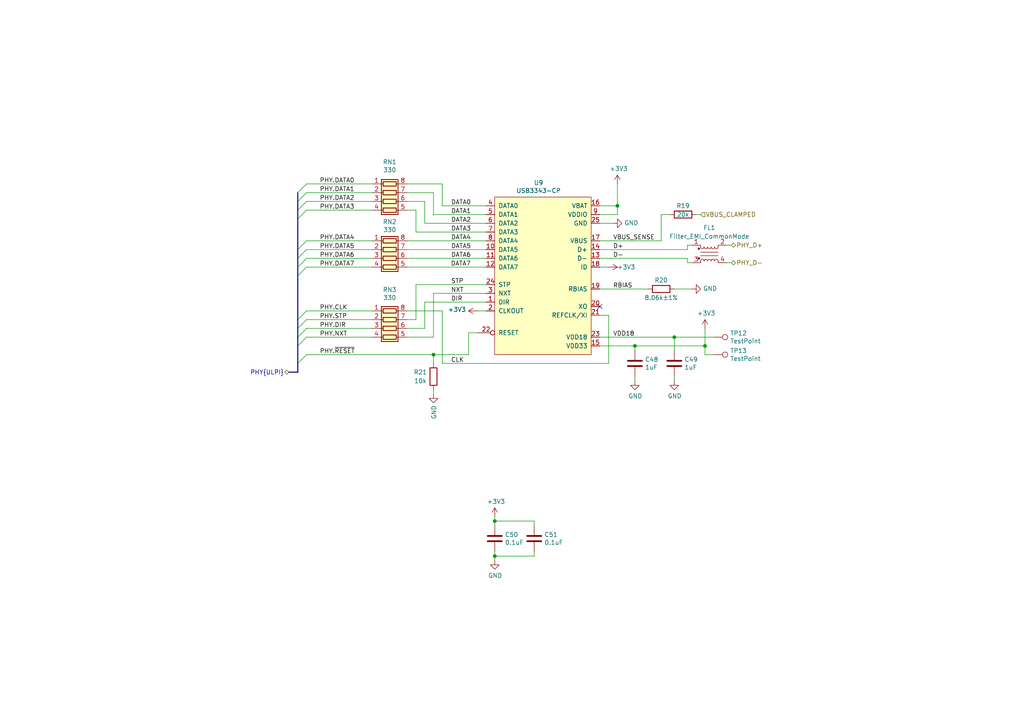
<source format=kicad_sch>
(kicad_sch (version 20230121) (generator eeschema)
  (paper "A4")
  (title_block (title "URTI Mainboard") (company "Copyright 2023 Great Scott Gadgets"))
  (lib_symbols
    (symbol "Connector:TestPoint" (pin_numbers hide) (pin_names (offset 0.762) hide)
      (property "Reference" "TP" (at 0 6.858 0))
      (property "Value" "TestPoint" (at 0 5.08 0))
      (symbol "TestPoint_0_1"
        (circle (center 0 3.302) (radius 0.762))
      )
      (symbol "TestPoint_1_1"
        (pin passive line (at 0 0 90) (length 2.54) (name "1") (number "1"))
      )
    )
    (symbol "Device:C" (pin_numbers hide) (pin_names (offset 0.254))
      (property "Reference" "C" (at 0.635 2.54 0))
      (property "Value" "C" (at 0.635 -2.54 0))
      (symbol "C_0_1"
        (polyline (pts (xy -2.032 -0.762) (xy 2.032 -0.762)) (stroke (width 0.508)))
        (polyline (pts (xy -2.032 0.762) (xy 2.032 0.762)) (stroke (width 0.508)))
      )
      (symbol "C_1_1"
        (pin passive line (at 0 3.81 270) (length 2.794) (name "~") (number "1"))
        (pin passive line (at 0 -3.81 90) (length 2.794) (name "~") (number "2"))
      )
    )
    (symbol "Device:Filter_EMI_CommonMode" (pin_names (offset 0.254) hide)
      (property "Reference" "FL" (at 0 4.445 0))
      (property "Value" "Filter_EMI_CommonMode" (at 0 -4.445 0))
      (symbol "Filter_EMI_CommonMode_0_1"
        (circle (center -3.048 -1.27) (radius 0.254) (fill (type outline)))
        (circle (center -3.048 1.524) (radius 0.254) (fill (type outline)))
        (arc (start -2.54 2.032) (mid -2.032 1.5262) (end -1.524 2.032))
        (arc (start -1.524 -2.032) (mid -2.032 -1.5262) (end -2.54 -2.032))
        (arc (start -1.524 2.032) (mid -1.016 1.5262) (end -0.508 2.032))
        (arc (start -0.508 -2.032) (mid -1.016 -1.5262) (end -1.524 -2.032))
        (arc (start -0.508 2.032) (mid 0 1.5262) (end 0.508 2.032))
        (polyline (pts (xy -2.54 -2.032) (xy -2.54 -2.54)))
        (polyline (pts (xy -2.54 0.508) (xy 2.54 0.508)))
        (polyline (pts (xy -2.54 2.032) (xy -2.54 2.54)))
        (polyline (pts (xy 2.54 -2.032) (xy 2.54 -2.54)))
        (polyline (pts (xy 2.54 -0.508) (xy -2.54 -0.508)))
        (polyline (pts (xy 2.54 2.54) (xy 2.54 2.032)))
        (arc (start 0.508 -2.032) (mid 0 -1.5262) (end -0.508 -2.032))
        (arc (start 0.508 2.032) (mid 1.016 1.5262) (end 1.524 2.032))
        (arc (start 1.524 -2.032) (mid 1.016 -1.5262) (end 0.508 -2.032))
        (arc (start 1.524 2.032) (mid 2.032 1.5262) (end 2.54 2.032))
        (arc (start 2.54 -2.032) (mid 2.032 -1.5262) (end 1.524 -2.032))
      )
      (symbol "Filter_EMI_CommonMode_1_1"
        (pin passive line (at -5.08 2.54 0) (length 2.54) (name "1") (number "1"))
        (pin passive line (at 5.08 2.54 180) (length 2.54) (name "2") (number "2"))
        (pin passive line (at -5.08 -2.54 0) (length 2.54) (name "3") (number "3"))
        (pin passive line (at 5.08 -2.54 180) (length 2.54) (name "4") (number "4"))
      )
    )
    (symbol "Device:R" (pin_numbers hide) (pin_names (offset 0))
      (property "Reference" "R" (at 2.032 0 90))
      (property "Value" "R" (at 0 0 90))
      (symbol "R_0_1"
        (rectangle (start -1.016 -2.54) (end 1.016 2.54) (stroke (width 0.254)))
      )
      (symbol "R_1_1"
        (pin passive line (at 0 3.81 270) (length 1.27) (name "~") (number "1"))
        (pin passive line (at 0 -3.81 90) (length 1.27) (name "~") (number "2"))
      )
    )
    (symbol "Device:R_Pack04" (pin_names (offset 0) hide)
      (property "Reference" "RN" (at -7.62 0 90))
      (property "Value" "R_Pack04" (at 5.08 0 90))
      (symbol "R_Pack04_0_1"
        (rectangle (start -6.35 -2.413) (end 3.81 2.413) (stroke (width 0.254)) (fill (type background)))
        (rectangle (start -5.715 1.905) (end -4.445 -1.905) (stroke (width 0.254)))
        (rectangle (start -3.175 1.905) (end -1.905 -1.905) (stroke (width 0.254)))
        (rectangle (start -0.635 1.905) (end 0.635 -1.905) (stroke (width 0.254)))
        (polyline (pts (xy -5.08 -2.54) (xy -5.08 -1.905)))
        (polyline (pts (xy -5.08 1.905) (xy -5.08 2.54)))
        (polyline (pts (xy -2.54 -2.54) (xy -2.54 -1.905)))
        (polyline (pts (xy -2.54 1.905) (xy -2.54 2.54)))
        (polyline (pts (xy 0 -2.54) (xy 0 -1.905)))
        (polyline (pts (xy 0 1.905) (xy 0 2.54)))
        (polyline (pts (xy 2.54 -2.54) (xy 2.54 -1.905)))
        (polyline (pts (xy 2.54 1.905) (xy 2.54 2.54)))
        (rectangle (start 1.905 1.905) (end 3.175 -1.905) (stroke (width 0.254)))
      )
      (symbol "R_Pack04_1_1"
        (pin passive line (at -5.08 -5.08 90) (length 2.54) (name "R1.1") (number "1"))
        (pin passive line (at -2.54 -5.08 90) (length 2.54) (name "R2.1") (number "2"))
        (pin passive line (at 0 -5.08 90) (length 2.54) (name "R3.1") (number "3"))
        (pin passive line (at 2.54 -5.08 90) (length 2.54) (name "R4.1") (number "4"))
        (pin passive line (at 2.54 5.08 270) (length 2.54) (name "R4.2") (number "5"))
        (pin passive line (at 0 5.08 270) (length 2.54) (name "R3.2") (number "6"))
        (pin passive line (at -2.54 5.08 270) (length 2.54) (name "R2.2") (number "7"))
        (pin passive line (at -5.08 5.08 270) (length 2.54) (name "R1.2") (number "8"))
      )
    )
    (symbol "power:+3V3" (power) (pin_names (offset 0))
      (property "Value" "+3V3" (at 0 3.556 0))
      (symbol "+3V3_0_1"
        (polyline (pts (xy -0.762 1.27) (xy 0 2.54)))
        (polyline (pts (xy 0 0) (xy 0 2.54)))
        (polyline (pts (xy 0 2.54) (xy 0.762 1.27)))
      )
      (symbol "+3V3_1_1"
        (pin power_in line (at 0 0 90) (length 0) hide (name "+3V3") (number "1"))
      )
    )
    (symbol "power:GND" (power) (pin_names (offset 0))
      (property "Value" "GND" (at 0 -3.81 0))
      (symbol "GND_0_1"
        (polyline (pts (xy 0 0) (xy 0 -1.27) (xy 1.27 -1.27) (xy 0 -2.54) (xy -1.27 -1.27) (xy 0 -1.27)))
      )
      (symbol "GND_1_1"
        (pin power_in line (at 0 0 270) (length 0) hide (name "GND") (number "1"))
      )
    )
    (symbol "usb:USB3343" (pin_names (offset 1.016))
      (property "Reference" "U" (at 3.81 -46.99 0))
      (property "Value" "USB3343" (at 25.4 -46.99 0))
      (symbol "USB3343_0_1"
        (rectangle (start 2.54 0) (end 30.48 -45.72) (fill (type background)))
      )
      (symbol "USB3343_1_1"
        (pin output line (at 0 -30.48 0) (length 2.54) (name "DIR") (number "1"))
        (pin bidirectional line (at 0 -15.24 0) (length 2.54) (name "DATA5") (number "10"))
        (pin bidirectional line (at 0 -17.78 0) (length 2.54) (name "DATA6") (number "11"))
        (pin bidirectional line (at 0 -20.32 0) (length 2.54) (name "DATA7") (number "12"))
        (pin bidirectional line (at 33.02 -17.78 180) (length 2.54) (name "D-") (number "13"))
        (pin bidirectional line (at 33.02 -15.24 180) (length 2.54) (name "D+") (number "14"))
        (pin power_out line (at 33.02 -43.18 180) (length 2.54) (name "VDD33") (number "15"))
        (pin power_in line (at 33.02 -2.54 180) (length 2.54) (name "VBAT") (number "16"))
        (pin bidirectional line (at 33.02 -12.7 180) (length 2.54) (name "VBUS") (number "17"))
        (pin input line (at 33.02 -20.32 180) (length 2.54) (name "ID") (number "18"))
        (pin input line (at 33.02 -26.67 180) (length 2.54) (name "RBIAS") (number "19"))
        (pin passive line (at 0 -33.02 0) (length 2.54) (name "CLKOUT") (number "2"))
        (pin output line (at 33.02 -31.75 180) (length 2.54) (name "XO") (number "20"))
        (pin input line (at 33.02 -34.29 180) (length 2.54) (name "REFCLK/XI") (number "21"))
        (pin input inverted (at -2.54 -39.37 0) (length 5.08) (name "RESET") (number "22"))
        (pin power_out line (at 33.02 -40.64 180) (length 2.54) (name "VDD18") (number "23"))
        (pin input line (at 0 -25.4 0) (length 2.54) (name "STP") (number "24"))
        (pin power_in line (at 33.02 -7.62 180) (length 2.54) (name "GND") (number "25"))
        (pin output line (at 0 -27.94 0) (length 2.54) (name "NXT") (number "3"))
        (pin bidirectional line (at 0 -2.54 0) (length 2.54) (name "DATA0") (number "4"))
        (pin bidirectional line (at 0 -5.08 0) (length 2.54) (name "DATA1") (number "5"))
        (pin bidirectional line (at 0 -7.62 0) (length 2.54) (name "DATA2") (number "6"))
        (pin bidirectional line (at 0 -10.16 0) (length 2.54) (name "DATA3") (number "7"))
        (pin bidirectional line (at 0 -12.7 0) (length 2.54) (name "DATA4") (number "8"))
        (pin power_in line (at 33.02 -5.08 180) (length 2.54) (name "VDDIO") (number "9"))
      )
    )
  )
  (junction (at 179.07 59.69))
  (junction (at 204.47 100.33))
  (junction (at 143.51 151.13))
  (junction (at 143.51 161.29))
  (junction (at 195.58 97.79))
  (junction (at 125.73 102.87))
  (junction (at 184.15 100.33))
  (no_connect (at 173.99 88.9))
  (bus_entry (at 86.36 77.47) (size 2.54 -2.54))
  (bus_entry (at 88.9 53.34) (size -2.54 2.54))
  (bus_entry (at 86.36 58.42) (size 2.54 -2.54))
  (bus_entry (at 86.36 74.93) (size 2.54 -2.54))
  (bus_entry (at 86.36 63.5) (size 2.54 -2.54))
  (bus_entry (at 86.36 92.71) (size 2.54 -2.54))
  (bus_entry (at 86.36 97.79) (size 2.54 -2.54))
  (bus_entry (at 86.36 105.41) (size 2.54 -2.54))
  (bus_entry (at 86.36 72.39) (size 2.54 -2.54))
  (bus_entry (at 88.9 97.79) (size -2.54 2.54))
  (bus_entry (at 86.36 80.01) (size 2.54 -2.54))
  (bus_entry (at 86.36 95.25) (size 2.54 -2.54))
  (bus_entry (at 86.36 60.96) (size 2.54 -2.54))
  (wire (pts (xy 140.97 82.55) (xy 120.65 82.55)))
  (wire (pts (xy 201.93 62.23) (xy 203.2 62.23)))
  (wire (pts (xy 187.96 83.82) (xy 173.99 83.82)))
  (wire (pts (xy 173.99 100.33) (xy 184.15 100.33)))
  (bus (pts (xy 86.36 97.79) (xy 86.36 100.33)))
  (wire (pts (xy 195.58 110.49) (xy 195.58 109.22)))
  (wire (pts (xy 207.01 102.87) (xy 204.47 102.87)))
  (wire (pts (xy 120.65 92.71) (xy 118.11 92.71)))
  (wire (pts (xy 173.99 59.69) (xy 179.07 59.69)))
  (wire (pts (xy 199.39 71.12) (xy 200.66 71.12)))
  (bus (pts (xy 86.36 58.42) (xy 86.36 60.96)))
  (bus (pts (xy 86.36 72.39) (xy 86.36 74.93)))
  (wire (pts (xy 107.95 97.79) (xy 88.9 97.79)))
  (wire (pts (xy 173.99 74.93) (xy 199.39 74.93)))
  (wire (pts (xy 195.58 97.79) (xy 207.01 97.79)))
  (wire (pts (xy 154.94 161.29) (xy 143.51 161.29)))
  (wire (pts (xy 118.11 90.17) (xy 128.27 90.17)))
  (wire (pts (xy 125.73 102.87) (xy 135.89 102.87)))
  (wire (pts (xy 125.73 55.88) (xy 125.73 62.23)))
  (wire (pts (xy 125.73 114.3) (xy 125.73 113.03)))
  (wire (pts (xy 107.95 74.93) (xy 88.9 74.93)))
  (wire (pts (xy 140.97 87.63) (xy 123.19 87.63)))
  (wire (pts (xy 179.07 59.69) (xy 179.07 53.34)))
  (wire (pts (xy 143.51 160.02) (xy 143.51 161.29)))
  (wire (pts (xy 184.15 100.33) (xy 184.15 101.6)))
  (wire (pts (xy 88.9 60.96) (xy 107.95 60.96)))
  (wire (pts (xy 204.47 100.33) (xy 204.47 95.25)))
  (wire (pts (xy 204.47 100.33) (xy 184.15 100.33)))
  (wire (pts (xy 107.95 92.71) (xy 88.9 92.71)))
  (wire (pts (xy 184.15 110.49) (xy 184.15 109.22)))
  (wire (pts (xy 135.89 102.87) (xy 135.89 96.52)))
  (wire (pts (xy 128.27 90.17) (xy 128.27 105.41)))
  (wire (pts (xy 173.99 77.47) (xy 176.53 77.47)))
  (wire (pts (xy 123.19 58.42) (xy 123.19 64.77)))
  (wire (pts (xy 107.95 69.85) (xy 88.9 69.85)))
  (wire (pts (xy 179.07 62.23) (xy 179.07 59.69)))
  (wire (pts (xy 154.94 151.13) (xy 154.94 152.4)))
  (bus (pts (xy 86.36 95.25) (xy 86.36 97.79)))
  (wire (pts (xy 107.95 53.34) (xy 88.9 53.34)))
  (bus (pts (xy 86.36 105.41) (xy 86.36 107.95)))
  (wire (pts (xy 143.51 151.13) (xy 143.51 152.4)))
  (wire (pts (xy 191.77 69.85) (xy 173.99 69.85)))
  (wire (pts (xy 107.95 72.39) (xy 88.9 72.39)))
  (bus (pts (xy 86.36 74.93) (xy 86.36 77.47)))
  (wire (pts (xy 118.11 60.96) (xy 120.65 60.96)))
  (wire (pts (xy 199.39 74.93) (xy 199.39 76.2)))
  (wire (pts (xy 125.73 85.09) (xy 125.73 97.79)))
  (bus (pts (xy 86.36 80.01) (xy 86.36 92.71)))
  (wire (pts (xy 143.51 151.13) (xy 154.94 151.13)))
  (wire (pts (xy 173.99 64.77) (xy 177.8 64.77)))
  (bus (pts (xy 86.36 100.33) (xy 86.36 105.41)))
  (wire (pts (xy 212.09 76.2) (xy 210.82 76.2)))
  (wire (pts (xy 154.94 160.02) (xy 154.94 161.29)))
  (wire (pts (xy 140.97 72.39) (xy 118.11 72.39)))
  (wire (pts (xy 88.9 102.87) (xy 125.73 102.87)))
  (bus (pts (xy 86.36 92.71) (xy 86.36 95.25)))
  (wire (pts (xy 199.39 72.39) (xy 199.39 71.12)))
  (wire (pts (xy 191.77 69.85) (xy 191.77 62.23)))
  (wire (pts (xy 140.97 69.85) (xy 118.11 69.85)))
  (wire (pts (xy 179.07 62.23) (xy 173.99 62.23)))
  (wire (pts (xy 125.73 105.41) (xy 125.73 102.87)))
  (wire (pts (xy 118.11 58.42) (xy 123.19 58.42)))
  (wire (pts (xy 173.99 97.79) (xy 195.58 97.79)))
  (wire (pts (xy 191.77 62.23) (xy 194.31 62.23)))
  (wire (pts (xy 128.27 105.41) (xy 176.53 105.41)))
  (wire (pts (xy 204.47 102.87) (xy 204.47 100.33)))
  (wire (pts (xy 107.95 58.42) (xy 88.9 58.42)))
  (wire (pts (xy 107.95 77.47) (xy 88.9 77.47)))
  (wire (pts (xy 125.73 62.23) (xy 140.97 62.23)))
  (wire (pts (xy 138.43 96.52) (xy 135.89 96.52)))
  (wire (pts (xy 140.97 74.93) (xy 118.11 74.93)))
  (wire (pts (xy 128.27 59.69) (xy 140.97 59.69)))
  (bus (pts (xy 83.82 107.95) (xy 86.36 107.95)))
  (wire (pts (xy 120.65 82.55) (xy 120.65 92.71)))
  (wire (pts (xy 120.65 60.96) (xy 120.65 67.31)))
  (wire (pts (xy 118.11 55.88) (xy 125.73 55.88)))
  (bus (pts (xy 86.36 63.5) (xy 86.36 72.39)))
  (wire (pts (xy 118.11 53.34) (xy 128.27 53.34)))
  (wire (pts (xy 128.27 53.34) (xy 128.27 59.69)))
  (wire (pts (xy 123.19 95.25) (xy 118.11 95.25)))
  (bus (pts (xy 86.36 60.96) (xy 86.36 63.5)))
  (wire (pts (xy 176.53 105.41) (xy 176.53 91.44)))
  (wire (pts (xy 125.73 97.79) (xy 118.11 97.79)))
  (wire (pts (xy 88.9 55.88) (xy 107.95 55.88)))
  (wire (pts (xy 107.95 90.17) (xy 88.9 90.17)))
  (wire (pts (xy 210.82 71.12) (xy 212.09 71.12)))
  (wire (pts (xy 173.99 91.44) (xy 176.53 91.44)))
  (wire (pts (xy 199.39 76.2) (xy 200.66 76.2)))
  (wire (pts (xy 195.58 101.6) (xy 195.58 97.79)))
  (wire (pts (xy 118.11 77.47) (xy 140.97 77.47)))
  (wire (pts (xy 120.65 67.31) (xy 140.97 67.31)))
  (bus (pts (xy 86.36 55.88) (xy 86.36 58.42)))
  (wire (pts (xy 143.51 149.86) (xy 143.51 151.13)))
  (wire (pts (xy 107.95 95.25) (xy 88.9 95.25)))
  (wire (pts (xy 123.19 64.77) (xy 140.97 64.77)))
  (bus (pts (xy 86.36 77.47) (xy 86.36 80.01)))
  (wire (pts (xy 200.66 83.82) (xy 195.58 83.82)))
  (wire (pts (xy 123.19 87.63) (xy 123.19 95.25)))
  (wire (pts (xy 140.97 90.17) (xy 138.43 90.17)))
  (wire (pts (xy 143.51 161.29) (xy 143.51 162.56)))
  (wire (pts (xy 140.97 85.09) (xy 125.73 85.09)))
  (wire (pts (xy 173.99 72.39) (xy 199.39 72.39)))
  (label "PHY.DATA1" (at 92.71 55.88 0))
  (label "PHY.DATA4" (at 92.71 69.85 0))
  (label "CLK" (at 130.81 105.41 0))
  (label "PHY.DIR" (at 92.71 95.25 0))
  (label "NXT" (at 130.81 85.09 0))
  (label "PHY.DATA5" (at 92.71 72.39 0))
  (label "DATA5" (at 130.81 72.39 0))
  (label "DATA4" (at 130.81 69.85 0))
  (label "D+" (at 177.8 72.39 0))
  (label "PHY.STP" (at 92.71 92.71 0))
  (label "PHY.DATA7" (at 92.71 77.47 0))
  (label "DATA0" (at 130.81 59.69 0))
  (label "PHY.DATA3" (at 92.71 60.96 0))
  (label "STP" (at 130.81 82.55 0))
  (label "DATA1" (at 130.81 62.23 0))
  (label "D-" (at 177.8 74.93 0))
  (label "RBIAS" (at 177.8 83.82 0))
  (label "PHY.CLK" (at 92.71 90.17 0))
  (label "PHY.~{RESET}" (at 92.71 102.87 0))
  (label "VBUS_SENSE" (at 177.8 69.85 0))
  (label "DATA2" (at 130.81 64.77 0))
  (label "DATA3" (at 130.81 67.31 0))
  (label "VDD18" (at 177.8 97.79 0))
  (label "DIR" (at 130.81 87.63 0))
  (label "PHY.DATA6" (at 92.71 74.93 0))
  (label "PHY.DATA0" (at 92.71 53.34 0))
  (label "DATA7" (at 130.7302 77.47 0))
  (label "PHY.NXT" (at 92.71 97.79 0))
  (label "DATA6" (at 130.81 74.93 0))
  (label "PHY.DATA2" (at 92.71 58.42 0))
  (hierarchical_label "PHY{ULPI}" (shape bidirectional) (at 83.82 107.95 180))
  (hierarchical_label "PHY_D-" (shape bidirectional) (at 212.09 76.2 0))
  (hierarchical_label "VBUS_CLAMPED" (shape input) (at 203.2 62.23 0))
  (hierarchical_label "PHY_D+" (shape bidirectional) (at 212.09 71.12 0))
  (symbol (lib_id "Device:C") (at 154.94 156.21 0) (unit 1)
    (property "Reference" "C51" (at 157.861 155.067 0) (effects (justify left)))
    (property "Value" "0.1uF" (at 157.861 157.353 0) (effects (justify left)))
    (property "Footprint" "Capacitor_SMD:C_0402_1005Metric" (effects hide))
    (property "Part Number" "CL05A104KA5NNNC" (effects hide))
    (property "Substitution" "any equivalent" (effects hide))
    (property "Description" "CAP CER 0.1UF 25V X5R 0402" (effects hide))
    (property "Manufacturer" "Samsung" (effects hide))
  )
  (symbol (lib_id "power:GND") (at 143.51 162.56 0) (unit 1)
    (property "Reference" "#PWR0122" (effects hide))
    (property "Value" "GND" (at 143.6116 166.9288 0))
  )
  (symbol (lib_id "Connector:TestPoint") (at 207.01 102.87 270) (unit 1) (in_bom no)
    (property "Reference" "TP13" (at 211.7598 101.727 90) (effects (justify left)))
    (property "Value" "TestPoint" (at 211.7598 104.013 90) (effects (justify left)))
    (property "Footprint" "TestPoint:TestPoint_Pad_D1.0mm" (effects hide))
  )
  (symbol (lib_id "power:+3V3") (at 179.07 53.34 0) (unit 1)
    (property "Reference" "#PWR0112" (effects hide))
    (property "Value" "+3V3" (at 179.4256 48.9458 0))
  )
  (symbol (lib_id "power:GND") (at 184.15 110.49 0) (unit 1)
    (property "Reference" "#PWR0118" (effects hide))
    (property "Value" "GND" (at 184.2516 114.8588 0))
  )
  (symbol (lib_id "Device:C") (at 195.58 105.41 0) (unit 1)
    (property "Reference" "C49" (at 198.501 104.267 0) (effects (justify left)))
    (property "Value" "1uF" (at 198.501 106.553 0) (effects (justify left)))
    (property "Footprint" "Capacitor_SMD:C_0402_1005Metric" (effects hide))
    (property "Part Number" "CL05A105MQ5NNNC" (effects hide))
    (property "Substitution" "CL05A105KQ5NNNC, CL05A105KP5NNNC, CL05A105KO5NNNC" (effects hide))
    (property "Description" "CAP CER 1UF 6.3V X5R 0402 20%" (effects hide))
    (property "Manufacturer" "Samsung" (effects hide))
  )
  (symbol (lib_id "power:GND") (at 177.8 64.77 90) (unit 1)
    (property "Reference" "#PWR0113" (effects hide))
    (property "Value" "GND" (at 181.0512 64.643 90) (effects (justify right)))
  )
  (symbol (lib_id "Device:C") (at 184.15 105.41 0) (unit 1)
    (property "Reference" "C48" (at 187.071 104.267 0) (effects (justify left)))
    (property "Value" "1uF" (at 187.071 106.553 0) (effects (justify left)))
    (property "Footprint" "Capacitor_SMD:C_0402_1005Metric" (effects hide))
    (property "Part Number" "CL05A105MQ5NNNC" (effects hide))
    (property "Substitution" "CL05A105KQ5NNNC, CL05A105KP5NNNC, CL05A105KO5NNNC" (effects hide))
    (property "Description" "CAP CER 1UF 6.3V X5R 0402 20%" (effects hide))
    (property "Manufacturer" "Samsung" (effects hide))
  )
  (symbol (lib_id "power:GND") (at 200.66 83.82 90) (unit 1)
    (property "Reference" "#PWR0115" (effects hide))
    (property "Value" "GND" (at 203.9112 83.693 90) (effects (justify right)))
  )
  (symbol (lib_id "Device:R_Pack04") (at 113.03 74.93 270) (unit 1)
    (property "Reference" "RN2" (at 113.03 64.3382 90))
    (property "Value" "330" (at 113.03 66.6496 90))
    (property "Footprint" "Resistor_SMD:R_Array_Convex_4x0402" (effects hide))
    (property "Description" "RES ARRAY 4 RES 330 OHM 0804" (effects hide))
    (property "Manufacturer" "Yageo" (effects hide))
    (property "Part Number" "YC124-JR-07330RL" (effects hide))
    (property "Substitution" "any equivalent" (effects hide))
  )
  (symbol (lib_id "Device:R") (at 125.73 109.22 0) (unit 1)
    (property "Reference" "R21" (at 121.92 107.95 0))
    (property "Value" "10k" (at 121.92 110.49 0))
    (property "Footprint" "Resistor_SMD:R_0402_1005Metric" (effects hide))
    (property "Part Number" "RC0402JR-0710KL" (effects hide))
    (property "Substitution" "any equivalent" (effects hide))
    (property "Description" "RES 10K OHM 5% 1/16W 0402" (effects hide))
    (property "Manufacturer" "Yageo" (effects hide))
  )
  (symbol (lib_id "Device:R_Pack04") (at 113.03 58.42 270) (unit 1)
    (property "Reference" "RN1" (at 113.03 46.99 90))
    (property "Value" "330" (at 113.03 49.3014 90))
    (property "Footprint" "Resistor_SMD:R_Array_Convex_4x0402" (effects hide))
    (property "Description" "RES ARRAY 4 RES 330 OHM 0804" (effects hide))
    (property "Manufacturer" "Yageo" (effects hide))
    (property "Part Number" "YC124-JR-07330RL" (effects hide))
    (property "Substitution" "any equivalent" (effects hide))
  )
  (symbol (lib_id "usb:USB3343") (at 140.97 57.15 0) (unit 1)
    (property "Reference" "U9" (at 156.21 53.0098 0))
    (property "Value" "USB3343-CP" (at 156.21 55.2958 0))
    (property "Footprint" "Package_DFN_QFN:VQFN-24-1EP_4x4mm_P0.5mm_EP2.45x2.45mm" (effects hide))
    (property "Datasheet" "http://ww1.microchip.com/downloads/en/DeviceDoc/334x.pdf" (effects hide))
    (property "Description" "IC TRANSCEIVER 1/1 24QFN" (effects hide))
    (property "Manufacturer" "Microchip" (effects hide))
    (property "Part Number" "USB3343-CP" (effects hide))
  )
  (symbol (lib_id "power:GND") (at 195.58 110.49 0) (unit 1)
    (property "Reference" "#PWR0119" (effects hide))
    (property "Value" "GND" (at 195.6816 114.8588 0))
  )
  (symbol (lib_id "Device:R") (at 198.12 62.23 270) (unit 1)
    (property "Reference" "R19" (at 198.12 59.69 90))
    (property "Value" "20k" (at 198.12 62.23 90))
    (property "Footprint" "Resistor_SMD:R_0402_1005Metric" (effects hide))
    (property "Description" "RES SMD 20K OHM 5% 1/16W 0402" (effects hide))
    (property "Manufacturer" "Yageo" (effects hide))
    (property "Part Number" "RC0402JR-0720KL" (effects hide))
    (property "Substitution" "any equivalent" (effects hide))
  )
  (symbol (lib_id "Device:Filter_EMI_CommonMode") (at 205.74 73.66 0) (unit 1)
    (property "Reference" "FL1" (at 205.74 66.04 0))
    (property "Value" "Filter_EMI_CommonMode" (at 205.74 68.5769 0))
    (property "Footprint" "mainboard:L_CommonModeChoke_Murata_DLM0NS" (effects hide))
    (property "Datasheet" "https://www.murata.com/en-global/products/productdata/8799424610334/EFLD0009.pdf" (effects hide))
    (property "Description" "CMC 100MA 2LN 90 OHM SMD" (effects hide))
    (property "Manufacturer" "Murata" (effects hide))
    (property "Part Number" "DLM0NSN900HY2D" (effects hide))
  )
  (symbol (lib_id "power:+3V3") (at 204.47 95.25 0) (unit 1)
    (property "Reference" "#PWR0117" (effects hide))
    (property "Value" "+3V3" (at 204.8256 90.8558 0))
  )
  (symbol (lib_id "power:+3V3") (at 176.53 77.47 270) (unit 1)
    (property "Reference" "#PWR0114" (effects hide))
    (property "Value" "+3V3" (at 181.61 77.47 90))
  )
  (symbol (lib_id "Device:C") (at 143.51 156.21 0) (unit 1)
    (property "Reference" "C50" (at 146.431 155.067 0) (effects (justify left)))
    (property "Value" "0.1uF" (at 146.431 157.353 0) (effects (justify left)))
    (property "Footprint" "Capacitor_SMD:C_0402_1005Metric" (effects hide))
    (property "Part Number" "CL05A104KA5NNNC" (effects hide))
    (property "Substitution" "any equivalent" (effects hide))
    (property "Description" "CAP CER 0.1UF 25V X5R 0402" (effects hide))
    (property "Manufacturer" "Samsung" (effects hide))
  )
  (symbol (lib_id "Device:R") (at 191.77 83.82 270) (unit 1)
    (property "Reference" "R20" (at 191.77 81.28 90))
    (property "Value" "8.06k±1%" (at 191.77 86.36 90))
    (property "Footprint" "Resistor_SMD:R_0402_1005Metric" (effects hide))
    (property "Description" "RES SMD 8.06K OHM 1% 1/10W 0402" (effects hide))
    (property "Manufacturer" "Panasonic" (effects hide))
    (property "Part Number" "ERJ-2RKF8061X" (effects hide))
    (property "Substitution" "any equivalent" (effects hide))
  )
  (symbol (lib_id "Connector:TestPoint") (at 207.01 97.79 270) (unit 1) (in_bom no)
    (property "Reference" "TP12" (at 211.7598 96.647 90) (effects (justify left)))
    (property "Value" "TestPoint" (at 211.7598 98.933 90) (effects (justify left)))
    (property "Footprint" "TestPoint:TestPoint_Pad_D1.0mm" (effects hide))
  )
  (symbol (lib_id "power:+3V3") (at 138.43 90.17 90) (unit 1)
    (property "Reference" "#PWR0116" (effects hide))
    (property "Value" "+3V3" (at 135.1788 89.789 90) (effects (justify left)))
  )
  (symbol (lib_id "power:+3V3") (at 143.51 149.86 0) (unit 1)
    (property "Reference" "#PWR0121" (effects hide))
    (property "Value" "+3V3" (at 143.8656 145.4658 0))
  )
  (symbol (lib_id "Device:R_Pack04") (at 113.03 95.25 270) (unit 1)
    (property "Reference" "RN3" (at 113.03 84.0486 90))
    (property "Value" "330" (at 113.03 86.36 90))
    (property "Footprint" "Resistor_SMD:R_Array_Convex_4x0402" (effects hide))
    (property "Description" "RES ARRAY 4 RES 330 OHM 0804" (effects hide))
    (property "Manufacturer" "Yageo" (effects hide))
    (property "Part Number" "YC124-JR-07330RL" (effects hide))
    (property "Substitution" "any equivalent" (effects hide))
  )
  (symbol (lib_id "power:GND") (at 125.73 114.3 0) (unit 1)
    (property "Reference" "#PWR0120" (effects hide))
    (property "Value" "GND" (at 125.857 117.5512 90) (effects (justify right)))
  )
)
</source>
